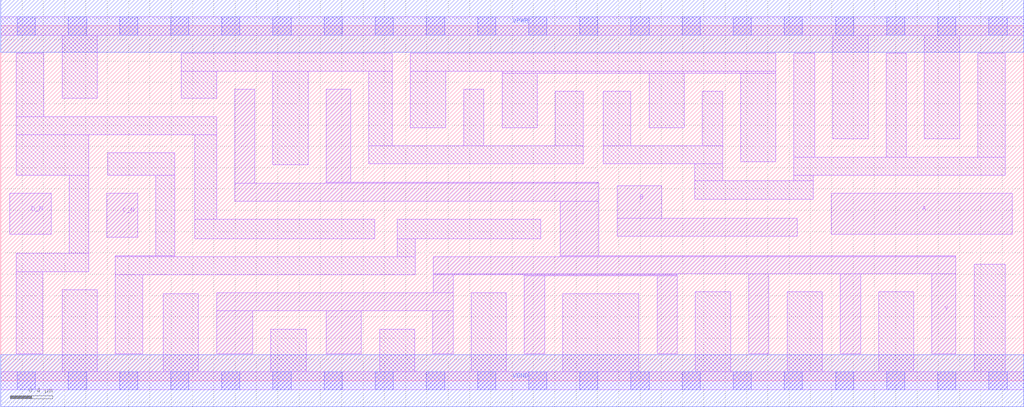
<source format=lef>
# Copyright 2020 The SkyWater PDK Authors
#
# Licensed under the Apache License, Version 2.0 (the "License");
# you may not use this file except in compliance with the License.
# You may obtain a copy of the License at
#
#     https://www.apache.org/licenses/LICENSE-2.0
#
# Unless required by applicable law or agreed to in writing, software
# distributed under the License is distributed on an "AS IS" BASIS,
# WITHOUT WARRANTIES OR CONDITIONS OF ANY KIND, either express or implied.
# See the License for the specific language governing permissions and
# limitations under the License.
#
# SPDX-License-Identifier: Apache-2.0

VERSION 5.7 ;
  NOWIREEXTENSIONATPIN ON ;
  DIVIDERCHAR "/" ;
  BUSBITCHARS "[]" ;
UNITS
  DATABASE MICRONS 200 ;
END UNITS
MACRO sky130_fd_sc_lp__nor4bb_4
  CLASS CORE ;
  FOREIGN sky130_fd_sc_lp__nor4bb_4 ;
  ORIGIN  0.000000  0.000000 ;
  SIZE  9.600000 BY  3.330000 ;
  SYMMETRY X Y R90 ;
  SITE unit ;
  PIN A
    ANTENNAGATEAREA  1.260000 ;
    DIRECTION INPUT ;
    USE SIGNAL ;
    PORT
      LAYER li1 ;
        RECT 7.795000 1.375000 9.495000 1.760000 ;
    END
  END A
  PIN B
    ANTENNAGATEAREA  1.260000 ;
    DIRECTION INPUT ;
    USE SIGNAL ;
    PORT
      LAYER li1 ;
        RECT 5.785000 1.355000 7.475000 1.525000 ;
        RECT 5.785000 1.525000 6.205000 1.830000 ;
    END
  END B
  PIN C_N
    ANTENNAGATEAREA  0.315000 ;
    DIRECTION INPUT ;
    USE SIGNAL ;
    PORT
      LAYER li1 ;
        RECT 0.995000 1.345000 1.285000 1.760000 ;
    END
  END C_N
  PIN D_N
    ANTENNAGATEAREA  0.315000 ;
    DIRECTION INPUT ;
    USE SIGNAL ;
    PORT
      LAYER li1 ;
        RECT 0.085000 1.375000 0.475000 1.760000 ;
    END
  END D_N
  PIN Y
    ANTENNADIFFAREA  2.587200 ;
    DIRECTION OUTPUT ;
    USE SIGNAL ;
    PORT
      LAYER li1 ;
        RECT 2.025000 0.255000 2.365000 0.655000 ;
        RECT 2.025000 0.655000 4.245000 0.825000 ;
        RECT 2.195000 1.685000 5.615000 1.855000 ;
        RECT 2.195000 1.855000 2.385000 2.735000 ;
        RECT 3.055000 0.255000 3.385000 0.655000 ;
        RECT 3.055000 1.855000 5.615000 1.865000 ;
        RECT 3.055000 1.865000 3.285000 2.735000 ;
        RECT 4.055000 0.255000 4.245000 0.655000 ;
        RECT 4.060000 0.825000 4.245000 0.995000 ;
        RECT 4.060000 0.995000 6.350000 1.005000 ;
        RECT 4.060000 1.005000 8.965000 1.165000 ;
        RECT 4.915000 0.255000 5.105000 0.985000 ;
        RECT 4.915000 0.985000 6.350000 0.995000 ;
        RECT 5.250000 1.165000 8.965000 1.175000 ;
        RECT 5.250000 1.175000 5.615000 1.685000 ;
        RECT 6.160000 0.255000 6.350000 0.985000 ;
        RECT 7.020000 0.255000 7.210000 1.005000 ;
        RECT 7.880000 0.255000 8.070000 1.005000 ;
        RECT 8.740000 0.255000 8.965000 1.005000 ;
    END
  END Y
  PIN VGND
    DIRECTION INOUT ;
    USE GROUND ;
    PORT
      LAYER met1 ;
        RECT 0.000000 -0.245000 9.600000 0.245000 ;
    END
  END VGND
  PIN VPWR
    DIRECTION INOUT ;
    USE POWER ;
    PORT
      LAYER met1 ;
        RECT 0.000000 3.085000 9.600000 3.575000 ;
    END
  END VPWR
  OBS
    LAYER li1 ;
      RECT 0.000000 -0.085000 9.600000 0.085000 ;
      RECT 0.000000  3.245000 9.600000 3.415000 ;
      RECT 0.145000  0.255000 0.395000 1.025000 ;
      RECT 0.145000  1.025000 0.825000 1.195000 ;
      RECT 0.145000  1.930000 0.825000 2.310000 ;
      RECT 0.145000  2.310000 2.025000 2.480000 ;
      RECT 0.145000  2.480000 0.405000 3.075000 ;
      RECT 0.575000  0.085000 0.905000 0.855000 ;
      RECT 0.575000  2.650000 0.905000 3.245000 ;
      RECT 0.645000  1.195000 0.825000 1.930000 ;
      RECT 1.005000  1.930000 1.635000 2.140000 ;
      RECT 1.075000  0.255000 1.335000 0.995000 ;
      RECT 1.075000  0.995000 3.890000 1.165000 ;
      RECT 1.075000  1.165000 1.635000 1.175000 ;
      RECT 1.455000  1.175000 1.635000 1.930000 ;
      RECT 1.525000  0.085000 1.855000 0.815000 ;
      RECT 1.695000  2.650000 2.025000 2.905000 ;
      RECT 1.695000  2.905000 3.675000 3.075000 ;
      RECT 1.820000  1.335000 3.510000 1.515000 ;
      RECT 1.820000  1.515000 2.025000 2.310000 ;
      RECT 2.535000  0.085000 2.865000 0.485000 ;
      RECT 2.555000  2.025000 2.885000 2.905000 ;
      RECT 3.455000  2.035000 5.465000 2.205000 ;
      RECT 3.455000  2.205000 3.675000 2.905000 ;
      RECT 3.555000  0.085000 3.885000 0.485000 ;
      RECT 3.720000  1.165000 3.890000 1.335000 ;
      RECT 3.720000  1.335000 5.070000 1.515000 ;
      RECT 3.845000  2.375000 4.175000 2.905000 ;
      RECT 3.845000  2.905000 7.275000 3.075000 ;
      RECT 4.345000  2.205000 4.535000 2.735000 ;
      RECT 4.415000  0.085000 4.745000 0.825000 ;
      RECT 4.705000  2.375000 5.035000 2.885000 ;
      RECT 4.705000  2.885000 7.275000 2.905000 ;
      RECT 5.205000  2.205000 5.465000 2.715000 ;
      RECT 5.275000  0.085000 5.990000 0.815000 ;
      RECT 5.655000  2.035000 6.775000 2.205000 ;
      RECT 5.655000  2.205000 5.915000 2.715000 ;
      RECT 6.085000  2.375000 6.415000 2.885000 ;
      RECT 6.515000  1.705000 7.625000 1.875000 ;
      RECT 6.515000  1.875000 6.775000 2.035000 ;
      RECT 6.520000  0.085000 6.850000 0.835000 ;
      RECT 6.585000  2.205000 6.775000 2.715000 ;
      RECT 6.945000  2.055000 7.275000 2.885000 ;
      RECT 7.380000  0.085000 7.710000 0.835000 ;
      RECT 7.445000  1.875000 7.625000 1.930000 ;
      RECT 7.445000  1.930000 9.430000 2.100000 ;
      RECT 7.445000  2.100000 7.640000 3.075000 ;
      RECT 7.810000  2.270000 8.140000 3.245000 ;
      RECT 8.240000  0.085000 8.570000 0.835000 ;
      RECT 8.310000  2.100000 8.500000 3.075000 ;
      RECT 8.670000  2.270000 9.000000 3.245000 ;
      RECT 9.135000  0.085000 9.430000 1.095000 ;
      RECT 9.170000  2.100000 9.430000 3.075000 ;
    LAYER mcon ;
      RECT 0.155000 -0.085000 0.325000 0.085000 ;
      RECT 0.155000  3.245000 0.325000 3.415000 ;
      RECT 0.635000 -0.085000 0.805000 0.085000 ;
      RECT 0.635000  3.245000 0.805000 3.415000 ;
      RECT 1.115000 -0.085000 1.285000 0.085000 ;
      RECT 1.115000  3.245000 1.285000 3.415000 ;
      RECT 1.595000 -0.085000 1.765000 0.085000 ;
      RECT 1.595000  3.245000 1.765000 3.415000 ;
      RECT 2.075000 -0.085000 2.245000 0.085000 ;
      RECT 2.075000  3.245000 2.245000 3.415000 ;
      RECT 2.555000 -0.085000 2.725000 0.085000 ;
      RECT 2.555000  3.245000 2.725000 3.415000 ;
      RECT 3.035000 -0.085000 3.205000 0.085000 ;
      RECT 3.035000  3.245000 3.205000 3.415000 ;
      RECT 3.515000 -0.085000 3.685000 0.085000 ;
      RECT 3.515000  3.245000 3.685000 3.415000 ;
      RECT 3.995000 -0.085000 4.165000 0.085000 ;
      RECT 3.995000  3.245000 4.165000 3.415000 ;
      RECT 4.475000 -0.085000 4.645000 0.085000 ;
      RECT 4.475000  3.245000 4.645000 3.415000 ;
      RECT 4.955000 -0.085000 5.125000 0.085000 ;
      RECT 4.955000  3.245000 5.125000 3.415000 ;
      RECT 5.435000 -0.085000 5.605000 0.085000 ;
      RECT 5.435000  3.245000 5.605000 3.415000 ;
      RECT 5.915000 -0.085000 6.085000 0.085000 ;
      RECT 5.915000  3.245000 6.085000 3.415000 ;
      RECT 6.395000 -0.085000 6.565000 0.085000 ;
      RECT 6.395000  3.245000 6.565000 3.415000 ;
      RECT 6.875000 -0.085000 7.045000 0.085000 ;
      RECT 6.875000  3.245000 7.045000 3.415000 ;
      RECT 7.355000 -0.085000 7.525000 0.085000 ;
      RECT 7.355000  3.245000 7.525000 3.415000 ;
      RECT 7.835000 -0.085000 8.005000 0.085000 ;
      RECT 7.835000  3.245000 8.005000 3.415000 ;
      RECT 8.315000 -0.085000 8.485000 0.085000 ;
      RECT 8.315000  3.245000 8.485000 3.415000 ;
      RECT 8.795000 -0.085000 8.965000 0.085000 ;
      RECT 8.795000  3.245000 8.965000 3.415000 ;
      RECT 9.275000 -0.085000 9.445000 0.085000 ;
      RECT 9.275000  3.245000 9.445000 3.415000 ;
  END
END sky130_fd_sc_lp__nor4bb_4
END LIBRARY

</source>
